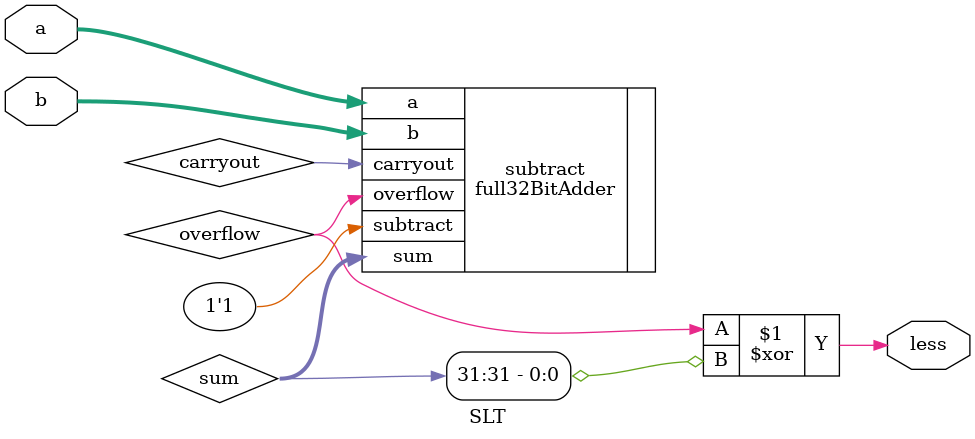
<source format=v>
`include "adder.v"
`define XOR xor #20 // 2 inputs so delay 20

module SLT
(
  output less,
  input[31:0] a,
  input[31:0] b
  );

  wire overflow, carryout;
  wire[31:0] sum;

  //subtract A-B
  full32BitAdder subtract(.a(a), .b(b), .subtract(1'b1), .overflow(overflow), .sum(sum), .carryout(carryout));
  `XOR xorgate(less, overflow, sum[31]);
  //if negative & no overflow = 1, if overflow & neg = 0, overflow & pos = 1

endmodule

</source>
